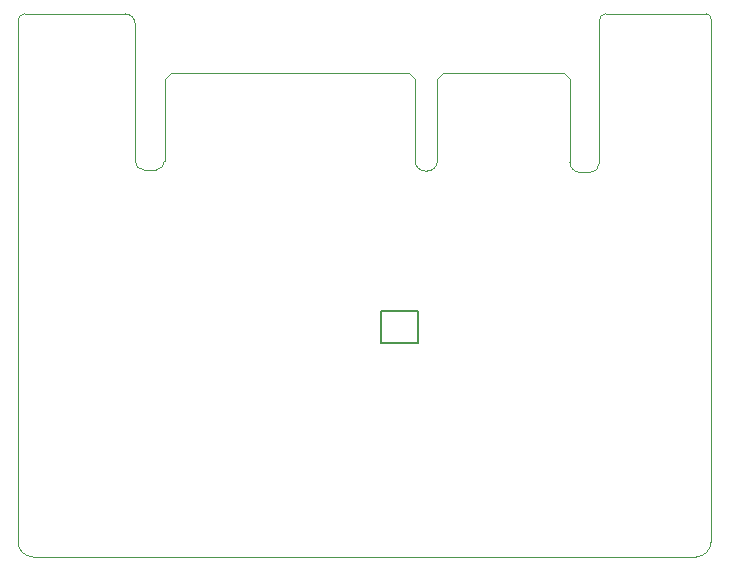
<source format=gbo>
G04*
G04 #@! TF.GenerationSoftware,Altium Limited,Altium Designer,22.0.2 (36)*
G04*
G04 Layer_Color=32896*
%FSLAX25Y25*%
%MOIN*%
G70*
G04*
G04 #@! TF.SameCoordinates,DCB022B7-7615-43C5-B040-C09427D0DDE0*
G04*
G04*
G04 #@! TF.FilePolarity,Positive*
G04*
G01*
G75*
%ADD11C,0.00394*%
%ADD15C,0.00397*%
%ADD39C,0.00800*%
D11*
X39933Y328964D02*
G03*
X36614Y332283I-3319J0D01*
G01*
X3150Y332283D02*
G03*
X886Y330020I0J-2264D01*
G01*
X231886Y327354D02*
G03*
X231890Y327358I0J4D01*
G01*
Y330709D02*
G03*
X230315Y332283I-1575J0D01*
G01*
X196850D02*
G03*
X194658Y330091I0J-2193D01*
G01*
X3150Y332283D02*
X36614D01*
X39933Y290010D02*
Y328964D01*
X886Y325854D02*
Y330020D01*
X196850Y332283D02*
X230315D01*
X194658Y282453D02*
Y330091D01*
X184815Y282902D02*
Y290144D01*
X39933Y283208D02*
Y290010D01*
X49776Y283240D02*
Y290010D01*
X142689Y312634D02*
X182846D01*
X184815Y290144D02*
Y310665D01*
X49776Y290010D02*
Y310665D01*
X51744Y312634D01*
X131272D02*
X133240Y310665D01*
X140720D02*
X142689Y312634D01*
X182846D02*
X184815Y310665D01*
X51744Y312634D02*
X131272D01*
X133240Y283303D02*
Y310665D01*
X140720Y283303D02*
Y310665D01*
D15*
X191605Y279400D02*
G03*
X194658Y282453I0J3053D01*
G01*
X184815Y282902D02*
G03*
X188317Y279400I3501J0D01*
G01*
X137317Y279900D02*
G03*
X140720Y283303I0J3403D01*
G01*
X133240D02*
G03*
X136643Y279900I3403J0D01*
G01*
X46835Y280300D02*
G03*
X49776Y283240I0J2940D01*
G01*
X39933Y283208D02*
G03*
X42841Y280300I2908J0D01*
G01*
X886Y156300D02*
G03*
X5886Y151300I5000J0D01*
G01*
X226890D02*
G03*
X231890Y156300I0J5000D01*
G01*
X42841Y280300D02*
X46835D01*
X188317Y279400D02*
X191605D01*
X136643Y279900D02*
X137317D01*
X886Y156300D02*
Y325854D01*
X5886Y151300D02*
X89300D01*
X226890D01*
X231886Y330709D02*
X231886Y156296D01*
D39*
X121944Y233154D02*
X134344D01*
Y222453D02*
Y233154D01*
X121944Y222453D02*
X134344D01*
X121944D02*
Y233154D01*
M02*

</source>
